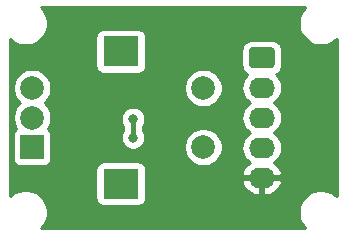
<source format=gbr>
%TF.GenerationSoftware,KiCad,Pcbnew,5.1.12-1.fc35*%
%TF.CreationDate,2021-11-27T14:31:25+00:00*%
%TF.ProjectId,kiCAD_TriSchmittHoleMount_v003.1,6b694341-445f-4547-9269-5363686d6974,rev?*%
%TF.SameCoordinates,Original*%
%TF.FileFunction,Copper,L2,Bot*%
%TF.FilePolarity,Positive*%
%FSLAX46Y46*%
G04 Gerber Fmt 4.6, Leading zero omitted, Abs format (unit mm)*
G04 Created by KiCad (PCBNEW 5.1.12-1.fc35) date 2021-11-27 14:31:25*
%MOMM*%
%LPD*%
G01*
G04 APERTURE LIST*
%TA.AperFunction,ComponentPad*%
%ADD10O,2.190000X1.740000*%
%TD*%
%TA.AperFunction,ComponentPad*%
%ADD11C,2.000000*%
%TD*%
%TA.AperFunction,ComponentPad*%
%ADD12R,3.000000X2.500000*%
%TD*%
%TA.AperFunction,ComponentPad*%
%ADD13R,2.000000X2.000000*%
%TD*%
%TA.AperFunction,ViaPad*%
%ADD14C,0.800000*%
%TD*%
%TA.AperFunction,Conductor*%
%ADD15C,0.400000*%
%TD*%
%TA.AperFunction,Conductor*%
%ADD16C,0.254000*%
%TD*%
%TA.AperFunction,Conductor*%
%ADD17C,0.100000*%
%TD*%
G04 APERTURE END LIST*
D10*
%TO.P,J1,5*%
%TO.N,VCC*%
X213000000Y-79280000D03*
%TO.P,J1,4*%
%TO.N,GND*%
X213000000Y-76740000D03*
%TO.P,J1,3*%
%TO.N,/EncSw_Out*%
X213000000Y-74200000D03*
%TO.P,J1,2*%
%TO.N,/EncB_Out*%
X213000000Y-71660000D03*
%TO.P,J1,1*%
%TO.N,/EncA_Out*%
%TA.AperFunction,ComponentPad*%
G36*
G01*
X212154999Y-68250000D02*
X213845001Y-68250000D01*
G75*
G02*
X214095000Y-68499999I0J-249999D01*
G01*
X214095000Y-69740001D01*
G75*
G02*
X213845001Y-69990000I-249999J0D01*
G01*
X212154999Y-69990000D01*
G75*
G02*
X211905000Y-69740001I0J249999D01*
G01*
X211905000Y-68499999D01*
G75*
G02*
X212154999Y-68250000I249999J0D01*
G01*
G37*
%TD.AperFunction*%
%TD*%
D11*
%TO.P,SW1,S2*%
%TO.N,Sig_EncSw*%
X208050000Y-71700000D03*
%TO.P,SW1,S1*%
%TO.N,GND*%
X208050000Y-76700000D03*
D12*
%TO.P,SW1,MP*%
%TO.N,N/C*%
X201050000Y-68600000D03*
X201050000Y-79800000D03*
D11*
%TO.P,SW1,B*%
%TO.N,Sig_EncB*%
X193550000Y-71700000D03*
%TO.P,SW1,C*%
%TO.N,GND*%
X193550000Y-74200000D03*
D13*
%TO.P,SW1,A*%
%TO.N,Sig_EncA*%
X193550000Y-76700000D03*
%TD*%
D14*
%TO.N,VCC*%
X208800000Y-69000000D03*
X198400000Y-75200000D03*
X205165689Y-77934303D03*
X196500002Y-68000000D03*
X202300000Y-77400000D03*
%TO.N,Trig_EncA*%
X202100000Y-75900008D03*
X202100000Y-74299977D03*
%TD*%
D15*
%TO.N,Trig_EncA*%
X202100000Y-74299977D02*
X202100000Y-75900008D01*
%TD*%
D16*
%TO.N,VCC*%
X216535825Y-64998382D02*
X216329534Y-65307118D01*
X216187439Y-65650166D01*
X216115000Y-66014344D01*
X216115000Y-66385656D01*
X216187439Y-66749834D01*
X216329534Y-67092882D01*
X216535825Y-67401618D01*
X216798382Y-67664175D01*
X217107118Y-67870466D01*
X217450166Y-68012561D01*
X217814344Y-68085000D01*
X218185656Y-68085000D01*
X218549834Y-68012561D01*
X218892882Y-67870466D01*
X219201618Y-67664175D01*
X219340001Y-67525792D01*
X219340000Y-80874207D01*
X219201618Y-80735825D01*
X218892882Y-80529534D01*
X218549834Y-80387439D01*
X218185656Y-80315000D01*
X217814344Y-80315000D01*
X217450166Y-80387439D01*
X217107118Y-80529534D01*
X216798382Y-80735825D01*
X216535825Y-80998382D01*
X216329534Y-81307118D01*
X216187439Y-81650166D01*
X216115000Y-82014344D01*
X216115000Y-82385656D01*
X216187439Y-82749834D01*
X216329534Y-83092882D01*
X216535825Y-83401618D01*
X216674207Y-83540000D01*
X194325793Y-83540000D01*
X194464175Y-83401618D01*
X194670466Y-83092882D01*
X194812561Y-82749834D01*
X194885000Y-82385656D01*
X194885000Y-82014344D01*
X194812561Y-81650166D01*
X194670466Y-81307118D01*
X194464175Y-80998382D01*
X194201618Y-80735825D01*
X193892882Y-80529534D01*
X193549834Y-80387439D01*
X193185656Y-80315000D01*
X192814344Y-80315000D01*
X192450166Y-80387439D01*
X192107118Y-80529534D01*
X191798382Y-80735825D01*
X191660000Y-80874207D01*
X191660000Y-78550000D01*
X198911928Y-78550000D01*
X198911928Y-81050000D01*
X198924188Y-81174482D01*
X198960498Y-81294180D01*
X199019463Y-81404494D01*
X199098815Y-81501185D01*
X199195506Y-81580537D01*
X199305820Y-81639502D01*
X199425518Y-81675812D01*
X199550000Y-81688072D01*
X202550000Y-81688072D01*
X202674482Y-81675812D01*
X202794180Y-81639502D01*
X202904494Y-81580537D01*
X203001185Y-81501185D01*
X203080537Y-81404494D01*
X203139502Y-81294180D01*
X203175812Y-81174482D01*
X203188072Y-81050000D01*
X203188072Y-79640031D01*
X211313698Y-79640031D01*
X211330449Y-79727591D01*
X211445526Y-80000809D01*
X211611694Y-80246326D01*
X211822567Y-80454708D01*
X212070042Y-80617947D01*
X212344608Y-80729769D01*
X212635714Y-80785877D01*
X212873000Y-80630376D01*
X212873000Y-79407000D01*
X213127000Y-79407000D01*
X213127000Y-80630376D01*
X213364286Y-80785877D01*
X213655392Y-80729769D01*
X213929958Y-80617947D01*
X214177433Y-80454708D01*
X214388306Y-80246326D01*
X214554474Y-80000809D01*
X214669551Y-79727591D01*
X214686302Y-79640031D01*
X214565246Y-79407000D01*
X213127000Y-79407000D01*
X212873000Y-79407000D01*
X211434754Y-79407000D01*
X211313698Y-79640031D01*
X203188072Y-79640031D01*
X203188072Y-78550000D01*
X203175812Y-78425518D01*
X203139502Y-78305820D01*
X203080537Y-78195506D01*
X203001185Y-78098815D01*
X202904494Y-78019463D01*
X202794180Y-77960498D01*
X202674482Y-77924188D01*
X202550000Y-77911928D01*
X199550000Y-77911928D01*
X199425518Y-77924188D01*
X199305820Y-77960498D01*
X199195506Y-78019463D01*
X199098815Y-78098815D01*
X199019463Y-78195506D01*
X198960498Y-78305820D01*
X198924188Y-78425518D01*
X198911928Y-78550000D01*
X191660000Y-78550000D01*
X191660000Y-75700000D01*
X191911928Y-75700000D01*
X191911928Y-77700000D01*
X191924188Y-77824482D01*
X191960498Y-77944180D01*
X192019463Y-78054494D01*
X192098815Y-78151185D01*
X192195506Y-78230537D01*
X192305820Y-78289502D01*
X192425518Y-78325812D01*
X192550000Y-78338072D01*
X194550000Y-78338072D01*
X194674482Y-78325812D01*
X194794180Y-78289502D01*
X194904494Y-78230537D01*
X195001185Y-78151185D01*
X195080537Y-78054494D01*
X195139502Y-77944180D01*
X195175812Y-77824482D01*
X195188072Y-77700000D01*
X195188072Y-75700000D01*
X195175812Y-75575518D01*
X195139502Y-75455820D01*
X195080537Y-75345506D01*
X195001185Y-75248815D01*
X194904494Y-75169463D01*
X194878063Y-75155335D01*
X194998918Y-74974463D01*
X195122168Y-74676912D01*
X195185000Y-74361033D01*
X195185000Y-74198038D01*
X201065000Y-74198038D01*
X201065000Y-74401916D01*
X201104774Y-74601875D01*
X201182795Y-74790233D01*
X201265000Y-74913262D01*
X201265001Y-75286722D01*
X201182795Y-75409752D01*
X201104774Y-75598110D01*
X201065000Y-75798069D01*
X201065000Y-76001947D01*
X201104774Y-76201906D01*
X201182795Y-76390264D01*
X201296063Y-76559782D01*
X201440226Y-76703945D01*
X201609744Y-76817213D01*
X201798102Y-76895234D01*
X201998061Y-76935008D01*
X202201939Y-76935008D01*
X202401898Y-76895234D01*
X202590256Y-76817213D01*
X202759774Y-76703945D01*
X202903937Y-76559782D01*
X202917845Y-76538967D01*
X206415000Y-76538967D01*
X206415000Y-76861033D01*
X206477832Y-77176912D01*
X206601082Y-77474463D01*
X206780013Y-77742252D01*
X207007748Y-77969987D01*
X207275537Y-78148918D01*
X207573088Y-78272168D01*
X207888967Y-78335000D01*
X208211033Y-78335000D01*
X208526912Y-78272168D01*
X208824463Y-78148918D01*
X209092252Y-77969987D01*
X209319987Y-77742252D01*
X209498918Y-77474463D01*
X209622168Y-77176912D01*
X209685000Y-76861033D01*
X209685000Y-76538967D01*
X209622168Y-76223088D01*
X209498918Y-75925537D01*
X209319987Y-75657748D01*
X209092252Y-75430013D01*
X208824463Y-75251082D01*
X208526912Y-75127832D01*
X208211033Y-75065000D01*
X207888967Y-75065000D01*
X207573088Y-75127832D01*
X207275537Y-75251082D01*
X207007748Y-75430013D01*
X206780013Y-75657748D01*
X206601082Y-75925537D01*
X206477832Y-76223088D01*
X206415000Y-76538967D01*
X202917845Y-76538967D01*
X203017205Y-76390264D01*
X203095226Y-76201906D01*
X203135000Y-76001947D01*
X203135000Y-75798069D01*
X203095226Y-75598110D01*
X203017205Y-75409752D01*
X202935000Y-75286723D01*
X202935000Y-74913262D01*
X203017205Y-74790233D01*
X203095226Y-74601875D01*
X203135000Y-74401916D01*
X203135000Y-74198038D01*
X203095226Y-73998079D01*
X203017205Y-73809721D01*
X202903937Y-73640203D01*
X202759774Y-73496040D01*
X202590256Y-73382772D01*
X202401898Y-73304751D01*
X202201939Y-73264977D01*
X201998061Y-73264977D01*
X201798102Y-73304751D01*
X201609744Y-73382772D01*
X201440226Y-73496040D01*
X201296063Y-73640203D01*
X201182795Y-73809721D01*
X201104774Y-73998079D01*
X201065000Y-74198038D01*
X195185000Y-74198038D01*
X195185000Y-74038967D01*
X195122168Y-73723088D01*
X194998918Y-73425537D01*
X194819987Y-73157748D01*
X194612239Y-72950000D01*
X194819987Y-72742252D01*
X194998918Y-72474463D01*
X195122168Y-72176912D01*
X195185000Y-71861033D01*
X195185000Y-71538967D01*
X206415000Y-71538967D01*
X206415000Y-71861033D01*
X206477832Y-72176912D01*
X206601082Y-72474463D01*
X206780013Y-72742252D01*
X207007748Y-72969987D01*
X207275537Y-73148918D01*
X207573088Y-73272168D01*
X207888967Y-73335000D01*
X208211033Y-73335000D01*
X208526912Y-73272168D01*
X208824463Y-73148918D01*
X209092252Y-72969987D01*
X209319987Y-72742252D01*
X209498918Y-72474463D01*
X209622168Y-72176912D01*
X209685000Y-71861033D01*
X209685000Y-71660000D01*
X211262718Y-71660000D01*
X211291776Y-71955032D01*
X211377834Y-72238725D01*
X211517583Y-72500179D01*
X211705655Y-72729345D01*
X211934821Y-72917417D01*
X211958362Y-72930000D01*
X211934821Y-72942583D01*
X211705655Y-73130655D01*
X211517583Y-73359821D01*
X211377834Y-73621275D01*
X211291776Y-73904968D01*
X211262718Y-74200000D01*
X211291776Y-74495032D01*
X211377834Y-74778725D01*
X211517583Y-75040179D01*
X211705655Y-75269345D01*
X211934821Y-75457417D01*
X211958362Y-75470000D01*
X211934821Y-75482583D01*
X211705655Y-75670655D01*
X211517583Y-75899821D01*
X211377834Y-76161275D01*
X211291776Y-76444968D01*
X211262718Y-76740000D01*
X211291776Y-77035032D01*
X211377834Y-77318725D01*
X211517583Y-77580179D01*
X211705655Y-77809345D01*
X211934821Y-77997417D01*
X211963152Y-78012560D01*
X211822567Y-78105292D01*
X211611694Y-78313674D01*
X211445526Y-78559191D01*
X211330449Y-78832409D01*
X211313698Y-78919969D01*
X211434754Y-79153000D01*
X212873000Y-79153000D01*
X212873000Y-79133000D01*
X213127000Y-79133000D01*
X213127000Y-79153000D01*
X214565246Y-79153000D01*
X214686302Y-78919969D01*
X214669551Y-78832409D01*
X214554474Y-78559191D01*
X214388306Y-78313674D01*
X214177433Y-78105292D01*
X214036848Y-78012560D01*
X214065179Y-77997417D01*
X214294345Y-77809345D01*
X214482417Y-77580179D01*
X214622166Y-77318725D01*
X214708224Y-77035032D01*
X214737282Y-76740000D01*
X214708224Y-76444968D01*
X214622166Y-76161275D01*
X214482417Y-75899821D01*
X214294345Y-75670655D01*
X214065179Y-75482583D01*
X214041638Y-75470000D01*
X214065179Y-75457417D01*
X214294345Y-75269345D01*
X214482417Y-75040179D01*
X214622166Y-74778725D01*
X214708224Y-74495032D01*
X214737282Y-74200000D01*
X214708224Y-73904968D01*
X214622166Y-73621275D01*
X214482417Y-73359821D01*
X214294345Y-73130655D01*
X214065179Y-72942583D01*
X214041638Y-72930000D01*
X214065179Y-72917417D01*
X214294345Y-72729345D01*
X214482417Y-72500179D01*
X214622166Y-72238725D01*
X214708224Y-71955032D01*
X214737282Y-71660000D01*
X214708224Y-71364968D01*
X214622166Y-71081275D01*
X214482417Y-70819821D01*
X214294345Y-70590655D01*
X214228886Y-70536934D01*
X214338387Y-70478405D01*
X214472962Y-70367962D01*
X214583405Y-70233387D01*
X214665472Y-70079851D01*
X214716008Y-69913255D01*
X214733072Y-69740001D01*
X214733072Y-68499999D01*
X214716008Y-68326745D01*
X214665472Y-68160149D01*
X214583405Y-68006613D01*
X214472962Y-67872038D01*
X214338387Y-67761595D01*
X214184851Y-67679528D01*
X214018255Y-67628992D01*
X213845001Y-67611928D01*
X212154999Y-67611928D01*
X211981745Y-67628992D01*
X211815149Y-67679528D01*
X211661613Y-67761595D01*
X211527038Y-67872038D01*
X211416595Y-68006613D01*
X211334528Y-68160149D01*
X211283992Y-68326745D01*
X211266928Y-68499999D01*
X211266928Y-69740001D01*
X211283992Y-69913255D01*
X211334528Y-70079851D01*
X211416595Y-70233387D01*
X211527038Y-70367962D01*
X211661613Y-70478405D01*
X211771114Y-70536934D01*
X211705655Y-70590655D01*
X211517583Y-70819821D01*
X211377834Y-71081275D01*
X211291776Y-71364968D01*
X211262718Y-71660000D01*
X209685000Y-71660000D01*
X209685000Y-71538967D01*
X209622168Y-71223088D01*
X209498918Y-70925537D01*
X209319987Y-70657748D01*
X209092252Y-70430013D01*
X208824463Y-70251082D01*
X208526912Y-70127832D01*
X208211033Y-70065000D01*
X207888967Y-70065000D01*
X207573088Y-70127832D01*
X207275537Y-70251082D01*
X207007748Y-70430013D01*
X206780013Y-70657748D01*
X206601082Y-70925537D01*
X206477832Y-71223088D01*
X206415000Y-71538967D01*
X195185000Y-71538967D01*
X195122168Y-71223088D01*
X194998918Y-70925537D01*
X194819987Y-70657748D01*
X194592252Y-70430013D01*
X194324463Y-70251082D01*
X194026912Y-70127832D01*
X193711033Y-70065000D01*
X193388967Y-70065000D01*
X193073088Y-70127832D01*
X192775537Y-70251082D01*
X192507748Y-70430013D01*
X192280013Y-70657748D01*
X192101082Y-70925537D01*
X191977832Y-71223088D01*
X191915000Y-71538967D01*
X191915000Y-71861033D01*
X191977832Y-72176912D01*
X192101082Y-72474463D01*
X192280013Y-72742252D01*
X192487761Y-72950000D01*
X192280013Y-73157748D01*
X192101082Y-73425537D01*
X191977832Y-73723088D01*
X191915000Y-74038967D01*
X191915000Y-74361033D01*
X191977832Y-74676912D01*
X192101082Y-74974463D01*
X192221937Y-75155335D01*
X192195506Y-75169463D01*
X192098815Y-75248815D01*
X192019463Y-75345506D01*
X191960498Y-75455820D01*
X191924188Y-75575518D01*
X191911928Y-75700000D01*
X191660000Y-75700000D01*
X191660000Y-67525793D01*
X191798382Y-67664175D01*
X192107118Y-67870466D01*
X192450166Y-68012561D01*
X192814344Y-68085000D01*
X193185656Y-68085000D01*
X193549834Y-68012561D01*
X193892882Y-67870466D01*
X194201618Y-67664175D01*
X194464175Y-67401618D01*
X194498665Y-67350000D01*
X198911928Y-67350000D01*
X198911928Y-69850000D01*
X198924188Y-69974482D01*
X198960498Y-70094180D01*
X199019463Y-70204494D01*
X199098815Y-70301185D01*
X199195506Y-70380537D01*
X199305820Y-70439502D01*
X199425518Y-70475812D01*
X199550000Y-70488072D01*
X202550000Y-70488072D01*
X202674482Y-70475812D01*
X202794180Y-70439502D01*
X202904494Y-70380537D01*
X203001185Y-70301185D01*
X203080537Y-70204494D01*
X203139502Y-70094180D01*
X203175812Y-69974482D01*
X203188072Y-69850000D01*
X203188072Y-67350000D01*
X203175812Y-67225518D01*
X203139502Y-67105820D01*
X203080537Y-66995506D01*
X203001185Y-66898815D01*
X202904494Y-66819463D01*
X202794180Y-66760498D01*
X202674482Y-66724188D01*
X202550000Y-66711928D01*
X199550000Y-66711928D01*
X199425518Y-66724188D01*
X199305820Y-66760498D01*
X199195506Y-66819463D01*
X199098815Y-66898815D01*
X199019463Y-66995506D01*
X198960498Y-67105820D01*
X198924188Y-67225518D01*
X198911928Y-67350000D01*
X194498665Y-67350000D01*
X194670466Y-67092882D01*
X194812561Y-66749834D01*
X194885000Y-66385656D01*
X194885000Y-66014344D01*
X194812561Y-65650166D01*
X194670466Y-65307118D01*
X194464175Y-64998382D01*
X194325793Y-64860000D01*
X216674207Y-64860000D01*
X216535825Y-64998382D01*
%TA.AperFunction,Conductor*%
D17*
G36*
X216535825Y-64998382D02*
G01*
X216329534Y-65307118D01*
X216187439Y-65650166D01*
X216115000Y-66014344D01*
X216115000Y-66385656D01*
X216187439Y-66749834D01*
X216329534Y-67092882D01*
X216535825Y-67401618D01*
X216798382Y-67664175D01*
X217107118Y-67870466D01*
X217450166Y-68012561D01*
X217814344Y-68085000D01*
X218185656Y-68085000D01*
X218549834Y-68012561D01*
X218892882Y-67870466D01*
X219201618Y-67664175D01*
X219340001Y-67525792D01*
X219340000Y-80874207D01*
X219201618Y-80735825D01*
X218892882Y-80529534D01*
X218549834Y-80387439D01*
X218185656Y-80315000D01*
X217814344Y-80315000D01*
X217450166Y-80387439D01*
X217107118Y-80529534D01*
X216798382Y-80735825D01*
X216535825Y-80998382D01*
X216329534Y-81307118D01*
X216187439Y-81650166D01*
X216115000Y-82014344D01*
X216115000Y-82385656D01*
X216187439Y-82749834D01*
X216329534Y-83092882D01*
X216535825Y-83401618D01*
X216674207Y-83540000D01*
X194325793Y-83540000D01*
X194464175Y-83401618D01*
X194670466Y-83092882D01*
X194812561Y-82749834D01*
X194885000Y-82385656D01*
X194885000Y-82014344D01*
X194812561Y-81650166D01*
X194670466Y-81307118D01*
X194464175Y-80998382D01*
X194201618Y-80735825D01*
X193892882Y-80529534D01*
X193549834Y-80387439D01*
X193185656Y-80315000D01*
X192814344Y-80315000D01*
X192450166Y-80387439D01*
X192107118Y-80529534D01*
X191798382Y-80735825D01*
X191660000Y-80874207D01*
X191660000Y-78550000D01*
X198911928Y-78550000D01*
X198911928Y-81050000D01*
X198924188Y-81174482D01*
X198960498Y-81294180D01*
X199019463Y-81404494D01*
X199098815Y-81501185D01*
X199195506Y-81580537D01*
X199305820Y-81639502D01*
X199425518Y-81675812D01*
X199550000Y-81688072D01*
X202550000Y-81688072D01*
X202674482Y-81675812D01*
X202794180Y-81639502D01*
X202904494Y-81580537D01*
X203001185Y-81501185D01*
X203080537Y-81404494D01*
X203139502Y-81294180D01*
X203175812Y-81174482D01*
X203188072Y-81050000D01*
X203188072Y-79640031D01*
X211313698Y-79640031D01*
X211330449Y-79727591D01*
X211445526Y-80000809D01*
X211611694Y-80246326D01*
X211822567Y-80454708D01*
X212070042Y-80617947D01*
X212344608Y-80729769D01*
X212635714Y-80785877D01*
X212873000Y-80630376D01*
X212873000Y-79407000D01*
X213127000Y-79407000D01*
X213127000Y-80630376D01*
X213364286Y-80785877D01*
X213655392Y-80729769D01*
X213929958Y-80617947D01*
X214177433Y-80454708D01*
X214388306Y-80246326D01*
X214554474Y-80000809D01*
X214669551Y-79727591D01*
X214686302Y-79640031D01*
X214565246Y-79407000D01*
X213127000Y-79407000D01*
X212873000Y-79407000D01*
X211434754Y-79407000D01*
X211313698Y-79640031D01*
X203188072Y-79640031D01*
X203188072Y-78550000D01*
X203175812Y-78425518D01*
X203139502Y-78305820D01*
X203080537Y-78195506D01*
X203001185Y-78098815D01*
X202904494Y-78019463D01*
X202794180Y-77960498D01*
X202674482Y-77924188D01*
X202550000Y-77911928D01*
X199550000Y-77911928D01*
X199425518Y-77924188D01*
X199305820Y-77960498D01*
X199195506Y-78019463D01*
X199098815Y-78098815D01*
X199019463Y-78195506D01*
X198960498Y-78305820D01*
X198924188Y-78425518D01*
X198911928Y-78550000D01*
X191660000Y-78550000D01*
X191660000Y-75700000D01*
X191911928Y-75700000D01*
X191911928Y-77700000D01*
X191924188Y-77824482D01*
X191960498Y-77944180D01*
X192019463Y-78054494D01*
X192098815Y-78151185D01*
X192195506Y-78230537D01*
X192305820Y-78289502D01*
X192425518Y-78325812D01*
X192550000Y-78338072D01*
X194550000Y-78338072D01*
X194674482Y-78325812D01*
X194794180Y-78289502D01*
X194904494Y-78230537D01*
X195001185Y-78151185D01*
X195080537Y-78054494D01*
X195139502Y-77944180D01*
X195175812Y-77824482D01*
X195188072Y-77700000D01*
X195188072Y-75700000D01*
X195175812Y-75575518D01*
X195139502Y-75455820D01*
X195080537Y-75345506D01*
X195001185Y-75248815D01*
X194904494Y-75169463D01*
X194878063Y-75155335D01*
X194998918Y-74974463D01*
X195122168Y-74676912D01*
X195185000Y-74361033D01*
X195185000Y-74198038D01*
X201065000Y-74198038D01*
X201065000Y-74401916D01*
X201104774Y-74601875D01*
X201182795Y-74790233D01*
X201265000Y-74913262D01*
X201265001Y-75286722D01*
X201182795Y-75409752D01*
X201104774Y-75598110D01*
X201065000Y-75798069D01*
X201065000Y-76001947D01*
X201104774Y-76201906D01*
X201182795Y-76390264D01*
X201296063Y-76559782D01*
X201440226Y-76703945D01*
X201609744Y-76817213D01*
X201798102Y-76895234D01*
X201998061Y-76935008D01*
X202201939Y-76935008D01*
X202401898Y-76895234D01*
X202590256Y-76817213D01*
X202759774Y-76703945D01*
X202903937Y-76559782D01*
X202917845Y-76538967D01*
X206415000Y-76538967D01*
X206415000Y-76861033D01*
X206477832Y-77176912D01*
X206601082Y-77474463D01*
X206780013Y-77742252D01*
X207007748Y-77969987D01*
X207275537Y-78148918D01*
X207573088Y-78272168D01*
X207888967Y-78335000D01*
X208211033Y-78335000D01*
X208526912Y-78272168D01*
X208824463Y-78148918D01*
X209092252Y-77969987D01*
X209319987Y-77742252D01*
X209498918Y-77474463D01*
X209622168Y-77176912D01*
X209685000Y-76861033D01*
X209685000Y-76538967D01*
X209622168Y-76223088D01*
X209498918Y-75925537D01*
X209319987Y-75657748D01*
X209092252Y-75430013D01*
X208824463Y-75251082D01*
X208526912Y-75127832D01*
X208211033Y-75065000D01*
X207888967Y-75065000D01*
X207573088Y-75127832D01*
X207275537Y-75251082D01*
X207007748Y-75430013D01*
X206780013Y-75657748D01*
X206601082Y-75925537D01*
X206477832Y-76223088D01*
X206415000Y-76538967D01*
X202917845Y-76538967D01*
X203017205Y-76390264D01*
X203095226Y-76201906D01*
X203135000Y-76001947D01*
X203135000Y-75798069D01*
X203095226Y-75598110D01*
X203017205Y-75409752D01*
X202935000Y-75286723D01*
X202935000Y-74913262D01*
X203017205Y-74790233D01*
X203095226Y-74601875D01*
X203135000Y-74401916D01*
X203135000Y-74198038D01*
X203095226Y-73998079D01*
X203017205Y-73809721D01*
X202903937Y-73640203D01*
X202759774Y-73496040D01*
X202590256Y-73382772D01*
X202401898Y-73304751D01*
X202201939Y-73264977D01*
X201998061Y-73264977D01*
X201798102Y-73304751D01*
X201609744Y-73382772D01*
X201440226Y-73496040D01*
X201296063Y-73640203D01*
X201182795Y-73809721D01*
X201104774Y-73998079D01*
X201065000Y-74198038D01*
X195185000Y-74198038D01*
X195185000Y-74038967D01*
X195122168Y-73723088D01*
X194998918Y-73425537D01*
X194819987Y-73157748D01*
X194612239Y-72950000D01*
X194819987Y-72742252D01*
X194998918Y-72474463D01*
X195122168Y-72176912D01*
X195185000Y-71861033D01*
X195185000Y-71538967D01*
X206415000Y-71538967D01*
X206415000Y-71861033D01*
X206477832Y-72176912D01*
X206601082Y-72474463D01*
X206780013Y-72742252D01*
X207007748Y-72969987D01*
X207275537Y-73148918D01*
X207573088Y-73272168D01*
X207888967Y-73335000D01*
X208211033Y-73335000D01*
X208526912Y-73272168D01*
X208824463Y-73148918D01*
X209092252Y-72969987D01*
X209319987Y-72742252D01*
X209498918Y-72474463D01*
X209622168Y-72176912D01*
X209685000Y-71861033D01*
X209685000Y-71660000D01*
X211262718Y-71660000D01*
X211291776Y-71955032D01*
X211377834Y-72238725D01*
X211517583Y-72500179D01*
X211705655Y-72729345D01*
X211934821Y-72917417D01*
X211958362Y-72930000D01*
X211934821Y-72942583D01*
X211705655Y-73130655D01*
X211517583Y-73359821D01*
X211377834Y-73621275D01*
X211291776Y-73904968D01*
X211262718Y-74200000D01*
X211291776Y-74495032D01*
X211377834Y-74778725D01*
X211517583Y-75040179D01*
X211705655Y-75269345D01*
X211934821Y-75457417D01*
X211958362Y-75470000D01*
X211934821Y-75482583D01*
X211705655Y-75670655D01*
X211517583Y-75899821D01*
X211377834Y-76161275D01*
X211291776Y-76444968D01*
X211262718Y-76740000D01*
X211291776Y-77035032D01*
X211377834Y-77318725D01*
X211517583Y-77580179D01*
X211705655Y-77809345D01*
X211934821Y-77997417D01*
X211963152Y-78012560D01*
X211822567Y-78105292D01*
X211611694Y-78313674D01*
X211445526Y-78559191D01*
X211330449Y-78832409D01*
X211313698Y-78919969D01*
X211434754Y-79153000D01*
X212873000Y-79153000D01*
X212873000Y-79133000D01*
X213127000Y-79133000D01*
X213127000Y-79153000D01*
X214565246Y-79153000D01*
X214686302Y-78919969D01*
X214669551Y-78832409D01*
X214554474Y-78559191D01*
X214388306Y-78313674D01*
X214177433Y-78105292D01*
X214036848Y-78012560D01*
X214065179Y-77997417D01*
X214294345Y-77809345D01*
X214482417Y-77580179D01*
X214622166Y-77318725D01*
X214708224Y-77035032D01*
X214737282Y-76740000D01*
X214708224Y-76444968D01*
X214622166Y-76161275D01*
X214482417Y-75899821D01*
X214294345Y-75670655D01*
X214065179Y-75482583D01*
X214041638Y-75470000D01*
X214065179Y-75457417D01*
X214294345Y-75269345D01*
X214482417Y-75040179D01*
X214622166Y-74778725D01*
X214708224Y-74495032D01*
X214737282Y-74200000D01*
X214708224Y-73904968D01*
X214622166Y-73621275D01*
X214482417Y-73359821D01*
X214294345Y-73130655D01*
X214065179Y-72942583D01*
X214041638Y-72930000D01*
X214065179Y-72917417D01*
X214294345Y-72729345D01*
X214482417Y-72500179D01*
X214622166Y-72238725D01*
X214708224Y-71955032D01*
X214737282Y-71660000D01*
X214708224Y-71364968D01*
X214622166Y-71081275D01*
X214482417Y-70819821D01*
X214294345Y-70590655D01*
X214228886Y-70536934D01*
X214338387Y-70478405D01*
X214472962Y-70367962D01*
X214583405Y-70233387D01*
X214665472Y-70079851D01*
X214716008Y-69913255D01*
X214733072Y-69740001D01*
X214733072Y-68499999D01*
X214716008Y-68326745D01*
X214665472Y-68160149D01*
X214583405Y-68006613D01*
X214472962Y-67872038D01*
X214338387Y-67761595D01*
X214184851Y-67679528D01*
X214018255Y-67628992D01*
X213845001Y-67611928D01*
X212154999Y-67611928D01*
X211981745Y-67628992D01*
X211815149Y-67679528D01*
X211661613Y-67761595D01*
X211527038Y-67872038D01*
X211416595Y-68006613D01*
X211334528Y-68160149D01*
X211283992Y-68326745D01*
X211266928Y-68499999D01*
X211266928Y-69740001D01*
X211283992Y-69913255D01*
X211334528Y-70079851D01*
X211416595Y-70233387D01*
X211527038Y-70367962D01*
X211661613Y-70478405D01*
X211771114Y-70536934D01*
X211705655Y-70590655D01*
X211517583Y-70819821D01*
X211377834Y-71081275D01*
X211291776Y-71364968D01*
X211262718Y-71660000D01*
X209685000Y-71660000D01*
X209685000Y-71538967D01*
X209622168Y-71223088D01*
X209498918Y-70925537D01*
X209319987Y-70657748D01*
X209092252Y-70430013D01*
X208824463Y-70251082D01*
X208526912Y-70127832D01*
X208211033Y-70065000D01*
X207888967Y-70065000D01*
X207573088Y-70127832D01*
X207275537Y-70251082D01*
X207007748Y-70430013D01*
X206780013Y-70657748D01*
X206601082Y-70925537D01*
X206477832Y-71223088D01*
X206415000Y-71538967D01*
X195185000Y-71538967D01*
X195122168Y-71223088D01*
X194998918Y-70925537D01*
X194819987Y-70657748D01*
X194592252Y-70430013D01*
X194324463Y-70251082D01*
X194026912Y-70127832D01*
X193711033Y-70065000D01*
X193388967Y-70065000D01*
X193073088Y-70127832D01*
X192775537Y-70251082D01*
X192507748Y-70430013D01*
X192280013Y-70657748D01*
X192101082Y-70925537D01*
X191977832Y-71223088D01*
X191915000Y-71538967D01*
X191915000Y-71861033D01*
X191977832Y-72176912D01*
X192101082Y-72474463D01*
X192280013Y-72742252D01*
X192487761Y-72950000D01*
X192280013Y-73157748D01*
X192101082Y-73425537D01*
X191977832Y-73723088D01*
X191915000Y-74038967D01*
X191915000Y-74361033D01*
X191977832Y-74676912D01*
X192101082Y-74974463D01*
X192221937Y-75155335D01*
X192195506Y-75169463D01*
X192098815Y-75248815D01*
X192019463Y-75345506D01*
X191960498Y-75455820D01*
X191924188Y-75575518D01*
X191911928Y-75700000D01*
X191660000Y-75700000D01*
X191660000Y-67525793D01*
X191798382Y-67664175D01*
X192107118Y-67870466D01*
X192450166Y-68012561D01*
X192814344Y-68085000D01*
X193185656Y-68085000D01*
X193549834Y-68012561D01*
X193892882Y-67870466D01*
X194201618Y-67664175D01*
X194464175Y-67401618D01*
X194498665Y-67350000D01*
X198911928Y-67350000D01*
X198911928Y-69850000D01*
X198924188Y-69974482D01*
X198960498Y-70094180D01*
X199019463Y-70204494D01*
X199098815Y-70301185D01*
X199195506Y-70380537D01*
X199305820Y-70439502D01*
X199425518Y-70475812D01*
X199550000Y-70488072D01*
X202550000Y-70488072D01*
X202674482Y-70475812D01*
X202794180Y-70439502D01*
X202904494Y-70380537D01*
X203001185Y-70301185D01*
X203080537Y-70204494D01*
X203139502Y-70094180D01*
X203175812Y-69974482D01*
X203188072Y-69850000D01*
X203188072Y-67350000D01*
X203175812Y-67225518D01*
X203139502Y-67105820D01*
X203080537Y-66995506D01*
X203001185Y-66898815D01*
X202904494Y-66819463D01*
X202794180Y-66760498D01*
X202674482Y-66724188D01*
X202550000Y-66711928D01*
X199550000Y-66711928D01*
X199425518Y-66724188D01*
X199305820Y-66760498D01*
X199195506Y-66819463D01*
X199098815Y-66898815D01*
X199019463Y-66995506D01*
X198960498Y-67105820D01*
X198924188Y-67225518D01*
X198911928Y-67350000D01*
X194498665Y-67350000D01*
X194670466Y-67092882D01*
X194812561Y-66749834D01*
X194885000Y-66385656D01*
X194885000Y-66014344D01*
X194812561Y-65650166D01*
X194670466Y-65307118D01*
X194464175Y-64998382D01*
X194325793Y-64860000D01*
X216674207Y-64860000D01*
X216535825Y-64998382D01*
G37*
%TD.AperFunction*%
%TD*%
M02*

</source>
